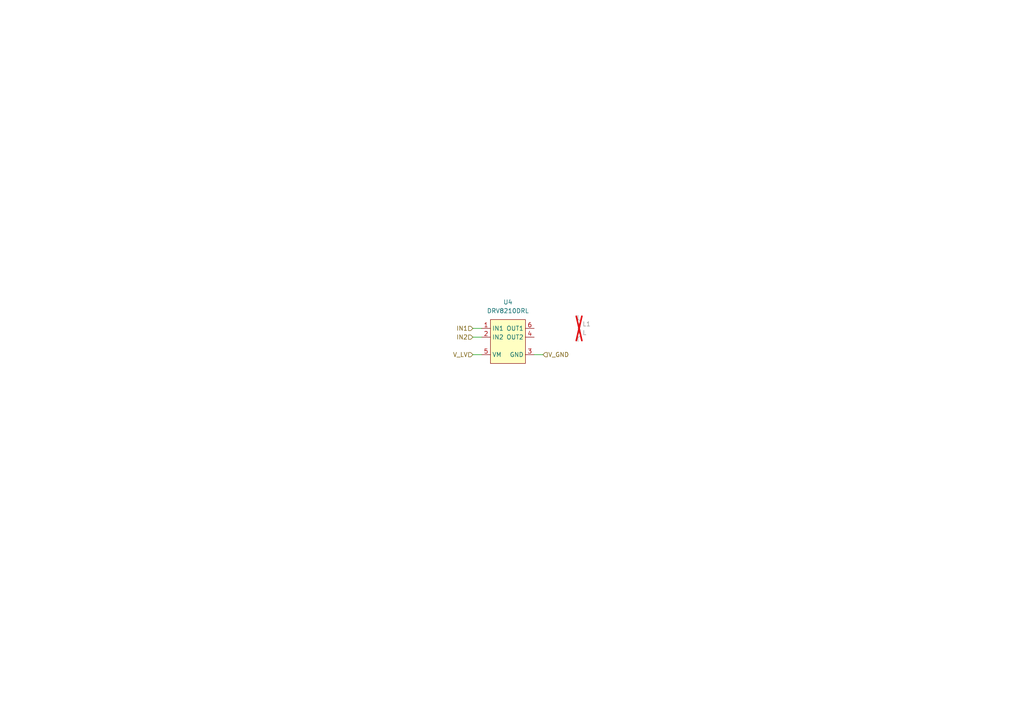
<source format=kicad_sch>
(kicad_sch (version 20231120) (generator "eeschema") (generator_version "8.0")
  (paper "A4")
  (lib_symbols
    (symbol "CUBESAT:DRV8210"
      (property "Reference" "U" (at 0 9.398 0))
      (property "Value" " DRV8210DRL" (at 0 7.62 0))
      (symbol "DRV8210_0_0"
        (pin input line (at -7.62 3.81 0) (length 2.54) (name "IN1") (number "1"))
        (pin input line (at -7.62 1.27 0) (length 2.54) (name "IN2") (number "2"))
        (pin power_in line (at 7.62 -3.81 180) (length 2.54) (name "GND") (number "3"))
        (pin output line (at 7.62 1.27 180) (length 2.54) (name "OUT2") (number "4"))
        (pin power_in line (at -7.62 -3.81 0) (length 2.54) (name "VM") (number "5"))
        (pin output line (at 7.62 3.81 180) (length 2.54) (name "OUT1") (number "6"))
      )
      (symbol "DRV8210_1_1"
        (rectangle (start -5.08 6.35) (end 5.08 -6.35) (fill (type background)))
      )
    )
    (symbol "Device:L" (pin_numbers hide) (pin_names (offset 1.016) hide)
      (property "Reference" "L" (at -1.27 0 90))
      (property "Value" "L" (at 1.905 0 90))
      (symbol "L_0_1"
        (arc (start 0 -2.54) (mid 0.6323 -1.905) (end 0 -1.27))
        (arc (start 0 -1.27) (mid 0.6323 -0.635) (end 0 0))
        (arc (start 0 0) (mid 0.6323 0.635) (end 0 1.27))
        (arc (start 0 1.27) (mid 0.6323 1.905) (end 0 2.54))
      )
      (symbol "L_1_1"
        (pin passive line (at 0 3.81 270) (length 1.27) (name "1") (number "1"))
        (pin passive line (at 0 -3.81 90) (length 1.27) (name "2") (number "2"))
      )
    )
  )
  (wire (pts (xy 157.48 102.87) (xy 154.94 102.87)))
  (wire (pts (xy 137.16 97.79) (xy 139.7 97.79)))
  (wire (pts (xy 137.16 95.25) (xy 139.7 95.25)))
  (wire (pts (xy 137.16 102.87) (xy 139.7 102.87)))
  (hierarchical_label "IN1" (shape input) (at 137.16 95.25 180))
  (hierarchical_label "V_GND" (shape input) (at 157.48 102.87 0))
  (hierarchical_label "IN2" (shape input) (at 137.16 97.79 180))
  (hierarchical_label "V_LV" (shape input) (at 137.16 102.87 180))
  (symbol (lib_id "CUBESAT:DRV8210") (at 147.32 99.06 0) (unit 1)
    (property "Reference" "U4" (at 147.32 87.63 0))
    (property "Value" "DRV8210DRL" (at 147.32 90.17 0))
    (property "Datasheet" "https://www.ti.com/lit/ds/symlink/drv8210.pdf" (effects (hide yes)))
    (property "Description" "DRV8210 11-V H-Bridge Motor Driver with PWM, PH/EN, and Half-Bridge Control Interfaces and Low-Power Sleep Mode" (effects (hide yes)))
  )
  (symbol (lib_id "Device:L") (at 167.64 95.25 0) (unit 1) (dnp yes)
    (property "Reference" "L1" (at 168.91 93.9799 0) (effects (justify left)))
    (property "Value" "L" (at 168.91 96.5199 0) (effects (justify left)))
    (property "Description" "Inductor" (effects (hide yes)))
  )
)
</source>
